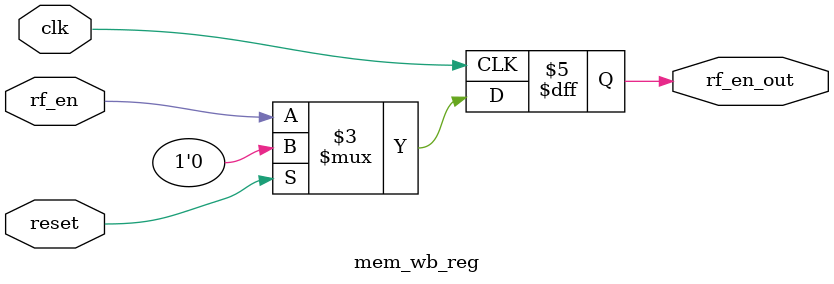
<source format=v>
module if_id_reg(
    input clk, load_enable,reset,
    input [31:0] instruction, 
    output reg [31:0] cu_in);

    always @ (posedge clk) begin
        if(load_enable) begin
            if(reset) begin
                // instruction = 0; (I don't know if this was missing)
                cu_in <= 0;

            end else begin
                cu_in <= instruction;
            end
        end
    end
endmodule

module id_exe_reg(
    input clk, reset,
    input [1:0] am,
    input [3:0] alu_op,
    input rf_en,s_bit,datamem_en,readwrite,size,load_instruction,

    output reg [1:0] am_out,
    output reg [3:0] alu_op_out,
    output reg rf_en_out,s_out,datamem_en_out,readwrite_out,size_out,load_instruction_out
    );

    always @ (posedge clk) begin 
        if(reset) begin
            am_out <= 0;
            alu_op_out <= 0;
            rf_en_out <= 0;
            s_out <= 0;
            datamem_en_out <= 0;
            readwrite_out <= 0;
            size_out <= 0;
            load_instruction_out <= 0;
        end else begin
            am_out <= am;
            alu_op_out <= alu_op;
            rf_en_out <= rf_en;
            s_out <= s_bit;
            datamem_en_out <= datamem_en;
            readwrite_out <= readwrite;
            size_out <= size;
            load_instruction_out <= load_instruction;
        end
    end
endmodule

module exe_mem_reg(
    input clk, reset,
    input rf_en,datamem_en,readwrite,size,load_instruction,

    output reg rf_en_out,datamem_en_out,readwrite_out,size_out,load_instruction_out
    );

    always @ (posedge clk) begin
        if(reset) begin
            rf_en_out <= 0;
            datamem_en_out <= 0;
            readwrite_out <= 0;
            size_out <= 0;
            load_instruction_out <= 0;
        end else begin
            rf_en_out <= rf_en;
            datamem_en_out <= datamem_en;
            readwrite_out <= readwrite;
            size_out <= size;
            load_instruction_out <= load_instruction;
        end
    end
endmodule

module mem_wb_reg(
    input clk, reset,
    input rf_en,

    output reg rf_en_out
    );

    always @ (posedge clk)
        begin
        if(reset) begin
            rf_en_out <= 0;
        end else begin
            rf_en_out <= rf_en;
        end
    end
endmodule











</source>
